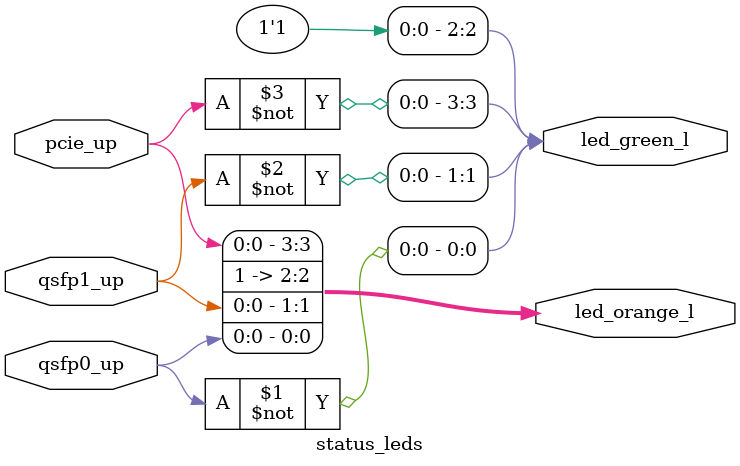
<source format=v>
module status_leds
(
    input qsfp0_up, qsfp1_up, pcie_up,

    output[3:0] led_green_l, led_orange_l
);

assign led_orange_l = { pcie_up, 1'b1,  qsfp1_up,  qsfp0_up};
assign led_green_l  = {~pcie_up, 1'b1, ~qsfp1_up, ~qsfp0_up};

endmodule
</source>
